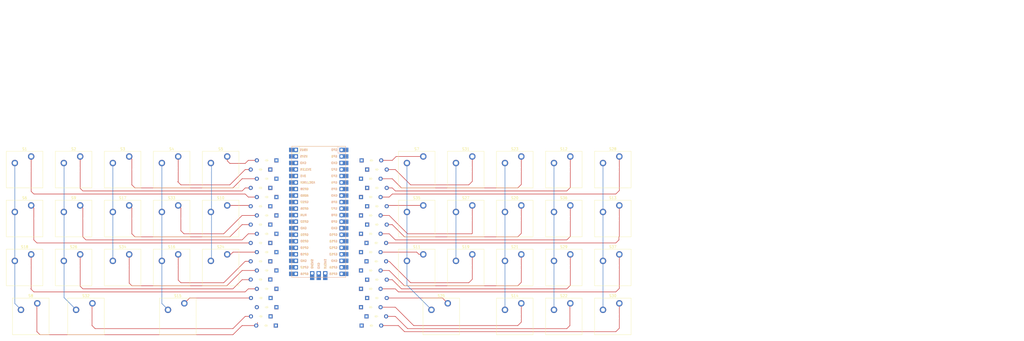
<source format=kicad_pcb>
(kicad_pcb (version 20240108) (generator "pcbnew") (generator_version "8.0")
  (layers (0 "F.Cu" signal) (31 "B.Cu" signal) (34 "B.Paste" user) (35 "F.Paste" user) (36 "B.SilkS" user "B.Silkscreen") (37 "F.SilkS" user "F.Silkscreen") (38 "B.Mask" user) (39 "F.Mask" user) (44 "Edge.Cuts" user))
  (net 0 "")
  (net 1 "R0")
  (net 2 "Net-(D1-A)")
  (net 3 "Net-(D2-A)")
  (net 4 "R1")
  (net 5 "Net-(D3-A)")
  (net 6 "R2")
  (net 7 "R3")
  (net 8 "Net-(D4-A)")
  (net 9 "Net-(D5-A)")
  (net 10 "Net-(D6-A)")
  (net 11 "Net-(D7-A)")
  (net 12 "Net-(D8-A)")
  (net 13 "Net-(D9-A)")
  (net 14 "Net-(D10-A)")
  (net 15 "Net-(D11-A)")
  (net 16 "Net-(D12-A)")
  (net 17 "Net-(D13-A)")
  (net 18 "Net-(D14-A)")
  (net 19 "Net-(D15-A)")
  (net 20 "Net-(D16-A)")
  (net 21 "Net-(D17-A)")
  (net 22 "Net-(D18-A)")
  (net 23 "Net-(D19-A)")
  (net 24 "Net-(D20-A)")
  (net 25 "Net-(D21-A)")
  (net 26 "Net-(D22-A)")
  (net 27 "Net-(D23-A)")
  (net 28 "Net-(D24-A)")
  (net 29 "Net-(D25-A)")
  (net 30 "Net-(D26-A)")
  (net 31 "Net-(D27-A)")
  (net 32 "Net-(D28-A)")
  (net 33 "Net-(D29-A)")
  (net 34 "Net-(D30-A)")
  (net 35 "Net-(D31-A)")
  (net 36 "Net-(D32-A)")
  (net 37 "Net-(D33-A)")
  (net 38 "Net-(D34-A)")
  (net 39 "Net-(D35-A)")
  (net 40 "Net-(D36-A)")
  (net 41 "Net-(D37-A)")
  (net 42 "C0")
  (net 43 "C1")
  (net 44 "C2")
  (net 45 "C3")
  (net 46 "C4")
  (net 47 "C5")
  (net 48 "C6")
  (net 49 "C7")
  (net 50 "C8")
  (net 51 "C9")
  (footprint "ScottoKeebs_MX:MX_PCB_1.00u" (layer "F.Cu") (at 181.775 56.895)
    (property "Reference" "S35")
    (property "Value" "Keyswitch")
  )
  (footprint "ScottoKeebs_Scotto:DO-35" (layer "F.Cu") (at 160.105625 48.560625)
    (property "Reference" "D1" (hide yes))
    (property "Value" "Diode" (hide yes))
  )
  (footprint "ScottoKeebs_Scotto:DO-35" (layer "F.Cu") (at 160.105625 91.423125)
    (property "Reference" "D9" (hide yes))
    (property "Value" "Diode" (hide yes))
  )
  (footprint "ScottoKeebs_MX:MX_PCB_1.00u" (layer "F.Cu") (at 257.975 75.945)
    (property "Reference" "S37")
    (property "Value" "Keyswitch")
  )
  (footprint "ScottoKeebs_MX:MX_PCB_1.00u" (layer "F.Cu") (at 86.525 37.845)
    (property "Reference" "S4")
    (property "Value" "Keyswitch")
  )
  (footprint "ScottoKeebs_Scotto:DO-35" (layer "F.Cu") (at 162.486875 80.7075)
    (property "Reference" "D6" (hide yes))
    (property "Value" "Diode" (hide yes))
  )
  (footprint "ScottoKeebs_Scotto:DO-35" (layer "F.Cu") (at 127.244375 77.135625 180)
    (property "Reference" "D15" (hide yes))
    (property "Value" "Diode" (hide yes))
  )
  (footprint "ScottoKeebs_MX:MX_PCB_1.00u" (layer "F.Cu") (at 105.575 75.945)
    (property "Reference" "S24")
    (property "Value" "Keyswitch")
  )
  (footprint "ScottoKeebs_Scotto:DO-35" (layer "F.Cu") (at 124.960625 87.85125 180)
    (property "Reference" "D13" (hide yes))
    (property "Value" "Diode" (hide yes))
  )
  (footprint "ScottoKeebs_Scotto:DO-35" (layer "F.Cu") (at 127.244375 84.279375 180)
    (property "Reference" "D14" (hide yes))
    (property "Value" "Diode" (hide yes))
  )
  (footprint "ScottoKeebs_MX:MX_PCB_1.00u" (layer "F.Cu") (at 48.425 56.895)
    (property "Reference" "S9")
    (property "Value" "Keyswitch")
  )
  (footprint "ScottoKeebs_Scotto:DO-35" (layer "F.Cu") (at 127.244375 69.991875 180)
    (property "Reference" "D17" (hide yes))
    (property "Value" "Diode" (hide yes))
  )
  (footprint "ScottoKeebs_Scotto:DO-35" (layer "F.Cu") (at 127.244375 62.848125 180)
    (property "Reference" "D2" (hide yes))
    (property "Value" "Diode" (hide yes))
  )
  (footprint "ScottoKeebs_Scotto:DO-35" (layer "F.Cu") (at 124.863125 37.845 180)
    (property "Reference" "D9" (hide yes))
    (property "Value" "Diode" (hide yes))
  )
  (footprint "ScottoKeebs_MX:MX_PCB_1.00u" (layer "F.Cu") (at 48.425 75.945)
    (property "Reference" "S26")
    (property "Value" "Keyswitch")
  )
  (footprint "ScottoKeebs_MX:MX_PCB_1.00u" (layer "F.Cu") (at 29.375 37.845)
    (property "Reference" "S1")
    (property "Value" "Keyswitch")
  )
  (footprint "ScottoKeebs_Scotto:DO-35" (layer "F.Cu") (at 160.105625 84.279375)
    (property "Reference" "D7" (hide yes))
    (property "Value" "Diode" (hide yes))
  )
  (footprint "ScottoKeebs_Scotto:DO-35" (layer "F.Cu") (at 162.486875 44.98875)
    (property "Reference" "D14" (hide yes))
    (property "Value" "Diode" (hide yes))
  )
  (footprint "ScottoKeebs_Scotto:DO-35" (layer "F.Cu") (at 162.24875 73.56375)
    (property "Reference" "D4" (hide yes))
    (property "Value" "Diode" (hide yes))
  )
  (footprint "ScottoKeebs_Scotto:DO-35" (layer "F.Cu") (at 127.244375 34.273125 180)
    (property "Reference" "D10" (hide yes))
    (property "Value" "Diode" (hide yes))
  )
  (footprint "ScottoKeebs_Scotto:DO-35" (layer "F.Cu") (at 124.863125 73.56375 180)
    (property "Reference" "D16" (hide yes))
    (property "Value" "Diode" (hide yes))
  )
  (footprint "ScottoKeebs_MX:MX_PCB_1.00u" (layer "F.Cu") (at 257.975 94.995)
    (property "Reference" "S30")
    (property "Value" "Keyswitch")
  )
  (footprint "ScottoKeebs_Scotto:DO-35" (layer "F.Cu") (at 124.960625 94.995 180)
    (property "Reference" "D11" (hide yes))
    (property "Value" "Diode" (hide yes))
  )
  (footprint "ScottoKeebs_MX:MX_PCB_1.00u" (layer "F.Cu") (at 181.775 37.845)
    (property "Reference" "S7")
    (property "Value" "Keyswitch")
  )
  (footprint "ScottoKeebs_MX:MX_PCB_1.00u" (layer "F.Cu") (at 105.575 37.845)
    (property "Reference" "S5")
    (property "Value" "Keyswitch")
  )
  (footprint "ScottoKeebs_MX:MX_PCB_1.00u" (layer "F.Cu") (at 200.825 37.845)
    (property "Reference" "S31")
    (property "Value" "Keyswitch")
  )
  (footprint "ScottoKeebs_Scotto:DO-35" (layer "F.Cu") (at 160.34375 98.566875)
    (property "Reference" "D11" (hide yes))
    (property "Value" "Diode" (hide yes))
  )
  (footprint "ScottoKeebs_Scotto:DO-35" (layer "F.Cu") (at 160.105625 62.848125)
    (property "Reference" "D18" (hide yes))
    (property "Value" "Diode" (hide yes))
  )
  (footprint "ScottoKeebs_MX:MX_PCB_1.00u" (layer "F.Cu") (at 238.925 94.995)
    (property "Reference" "S22")
    (property "Value" "Keyswitch")
  )
  (footprint "ScottoKeebs_MX:MX_PCB_1.00u" (layer "F.Cu") (at 67.475 37.845)
    (property "Reference" "S3")
    (property "Value" "Keyswitch")
  )
  (footprint "ScottoKeebs_MX:MX_PCB_1.00u" (layer "F.Cu") (at 257.975 37.845)
    (property "Reference" "S28")
    (property "Value" "Keyswitch")
  )
  (footprint "ScottoKeebs_Scotto:DO-35" (layer "F.Cu") (at 127.244375 48.560625 180)
    (property "Reference" "D6" (hide yes))
    (property "Value" "Diode" (hide yes))
  )
  (footprint "ScottoKeebs_MX:MX_PCB_1.00u" (layer "F.Cu") (at 219.875 75.945)
    (property "Reference" "S21")
    (property "Value" "Keyswitch")
  )
  (footprint "ScottoKeebs_MX:MX_PCB_1.00u" (layer "F.Cu") (at 29.375 75.945)
    (property "Reference" "S18")
    (property "Value" "Keyswitch")
  )
  (footprint "ScottoKeebs_MX:MX_PCB_1.00u" (layer "F.Cu") (at 238.925 75.945)
    (property "Reference" "S29")
    (property "Value" "Keyswitch")
  )
  (footprint "ScottoKeebs_Scotto:DO-35" (layer "F.Cu") (at 162.24875 94.995)
    (property "Reference" "D10" (hide yes))
    (property "Value" "Diode" (hide yes))
  )
  (footprint "ScottoKeebs_Scotto:DO-35" (layer "F.Cu") (at 124.863125 66.42 180)
    (property "Reference" "D18" (hide yes))
    (property "Value" "Diode" (hide yes))
  )
  (footprint "ScottoKeebs_MX:MX_PCB_1.00u" (layer "F.Cu") (at 200.825 56.895)
    (property "Reference" "S27")
    (property "Value" "Keyswitch")
  )
  (footprint "ScottoKeebs_Scotto:DO-35" (layer "F.Cu") (at 160.105625 69.991875)
    (property "Reference" "D3" (hide yes))
    (property "Value" "Diode" (hide yes))
  )
  (footprint "ScottoKeebs_Scotto:DO-35" (layer "F.Cu") (at 124.863125 44.98875 180)
    (property "Reference" "D7" (hide yes))
    (property "Value" "Diode" (hide yes))
  )
  (footprint "ScottoKeebs_MX:MX_PCB_1.00u" (layer "F.Cu") (at 53.1875 94.995)
    (property "Reference" "S32")
    (property "Value" "Keyswitch")
  )
  (footprint "ScottoKeebs_MX:MX_PCB_1.00u" (layer "F.Cu") (at 86.525 75.945)
    (property "Reference" "S16")
    (property "Value" "Keyswitch")
  )
  (footprint "ScottoKeebs_MX:MX_PCB_1.00u" (layer "F.Cu") (at 181.775 75.945)
    (property "Reference" "S11")
    (property "Value" "Keyswitch")
  )
  (footprint "ScottoKeebs_Scotto:DO-35" (layer "F.Cu") (at 127.00625 98.566875 180)
    (property "Reference" "D11" (hide yes))
    (property "Value" "Diode" (hide yes))
  )
  (footprint "ScottoKeebs_MX:MX_PCB_1.00u" (layer "F.Cu") (at 219.875 94.995)
    (property "Reference" "S14")
    (property "Value" "Keyswitch")
  )
  (footprint "ScottoKeebs_MX:MX_PCB_1.00u" (layer "F.Cu") (at 67.475 56.895)
    (property "Reference" "S17")
    (property "Value" "Keyswitch")
  )
  (footprint "ScottoKeebs_MX:MX_PCB_1.25u" (layer "F.Cu") (at 31.75625 94.995)
    (property "Reference" "S8")
    (property "Value" "Keyswitch")
  )
  (footprint "ScottoKeebs_Scotto:DO-35" (layer "F.Cu") (at 127.244375 91.423125 180)
    (property "Reference" "D12" (hide yes))
    (property "Value" "Diode" (hide yes))
  )
  (footprint "ScottoKeebs_Scotto:DO-35" (layer "F.Cu") (at 162.486875 59.27625)
    (property "Reference" "D17" (hide yes))
    (property "Value" "Diode" (hide yes))
  )
  (footprint "ScottoKeebs_MX:MX_PCB_1.00u" (layer "F.Cu") (at 257.975 56.895)
    (property "Reference" "S13")
    (property "Value" "Keyswitch")
  )
  (footprint "ScottoKeebs_MX:MX_PCB_1.00u" (layer "F.Cu") (at 219.875 37.845)
    (property "Reference" "S23")
    (property "Value" "Keyswitch")
  )
  (footprint "ScottoKeebs_MX:MX_PCB_1.00u" (layer "F.Cu") (at 105.575 56.895)
    (property "Reference" "S10")
    (property "Value" "Keyswitch")
  )
  (footprint "ScottoKeebs_Scotto:DO-35" (layer "F.Cu") (at 160.105625 55.704375)
    (property "Reference" "D16" (hide yes))
    (property "Value" "Diode" (hide yes))
  )
  (footprint "ScottoKeebs_Scotto:DO-35" (layer "F.Cu") (at 162.24875 66.42)
    (property "Reference" "D2" (hide yes))
    (property "Value" "Diode" (hide yes))
  )
  (footprint "ScottoKeebs_MX:MX_PCB_1.00u" (layer "F.Cu") (at 238.925 56.895)
    (property "Reference" "S36")
    (property "Value" "Keyswitch")
  )
  (footprint "ScottoKeebs_MX:MX_PCB_1.00u" (layer "F.Cu") (at 29.375 56.895)
    (property "Reference" "S6")
    (property "Value" "Keyswitch")
  )
  (footprint "ScottoKeebs_Scotto:DO-35" (layer "F.Cu") (at 162.486875 37.845)
    (property "Reference" "D12" (hide yes))
    (property "Value" "Diode" (hide yes))
  )
  (footprint "ScottoKeebs_Scotto:DO-35" (layer "F.Cu") (at 160.105625 41.416875)
    (property "Reference" "D13" (hide yes))
    (property "Value" "Diode" (hide yes))
  )
  (footprint "ScottoKeebs_Scotto:DO-35" (layer "F.Cu") (at 124.863125 59.27625 180)
    (property "Reference" "D3" (hide yes))
    (property "Value" "Diode" (hide yes))
  )
  (footprint "ScottoKeebs_MX:MX_PCB_1.00u" (layer "F.Cu") (at 219.875 56.895)
    (property "Reference" "S20")
    (property "Value" "Keyswitch")
  )
  (footprint "ScottoKeebs_MX:MX_PCB_1.00u" (layer "F.Cu") (at 48.425 37.845)
    (property "Reference" "S2")
    (property "Value" "Keyswitch")
  )
  (footprint "ScottoKeebs_MX:MX_PCB_1.00u" (layer "F.Cu") (at 67.475 75.945)
    (property "Reference" "S34")
    (property "Value" "Keyswitch")
  )
  (footprint "ScottoKeebs_MX:MX_PCB_2.00u" (layer "F.Cu") (at 191.3 94.995)
    (property "Reference" "S25")
    (property "Value" "Keyswitch")
  )
  (footprint "ScottoKeebs_Scotto:DO-35" (layer "F.Cu") (at 127.244375 55.704375 180)
    (property "Reference" "D4" (hide yes))
    (property "Value" "Diode" (hide yes))
  )
  (footprint "ScottoKeebs_MX:MX_PCB_1.00u" (layer "F.Cu") (at 238.925 37.845)
    (property "Reference" "S12")
    (property "Value" "Keyswitch")
  )
  (footprint "ScottoKeebs_Scotto:DO-35" (layer "F.Cu") (at 127.244375 41.416875 180)
    (property "Reference" "D8" (hide yes))
    (property "Value" "Diode" (hide yes))
  )
  (footprint "ScottoKeebs_MX:MX_PCB_1.00u" (layer "F.Cu") (at 200.825 75.945)
    (property "Reference" "S19")
    (property "Value" "Keyswitch")
  )
  (footprint "ScottoKeebs_Scotto:DO-35" (layer "F.Cu") (at 162.486875 52.1325)
    (property "Reference" "D15" (hide yes))
    (property "Value" "Diode" (hide yes))
  )
  (footprint "ScottoKeebs_Scotto:DO-35" (layer "F.Cu") (at 160.105625 77.135625)
    (property "Reference" "D5" (hide yes))
    (property "Value" "Diode" (hide yes))
  )
  (footprint "ScottoKeebs_MX:MX_PCB_1.00u" (layer "F.Cu") (at 86.525 56.895)
    (property "Reference" "S33")
    (property "Value" "Keyswitch")
  )
  (footprint "ScottoKeebs_Scotto:DO-35" (layer "F.Cu") (at 124.863125 80.648125 180)
    (property "Reference" "D1" (hide yes))
    (property "Value" "Diode" (hide yes))
  )
  (footprint "ScottoKeebs_Scotto:DO-35" (layer "F.Cu") (at 160.34375 34.273125)
    (property "Reference" "D11" (hide yes))
    (property "Value" "Diode" (hide yes))
  )
  (footprint "ScottoKeebs_Scotto:DO-35" (layer "F.Cu") (at 124.863125 52.1325 180)
    (property "Reference" "D5" (hide yes))
    (property "Value" "Diode" (hide yes))
  )
  (footprint "ScottoKeebs_MX:MX_PCB_2.75u" (layer "F.Cu") (at 88.90625 94.995)
    (property "Reference" "S15")
    (property "Value" "Keyswitch")
  )
  (footprint "ScottoKeebs_Scotto:DO-35" (layer "F.Cu") (at 162.486875 87.85125)
    (property "Reference" "D8" (hide yes))
    (property "Value" "Diode" (hide yes))
  )
  (footprint "ScottoKeebs_MCU:Raspberry_Pi_Pico" (layer "B.Cu") (at 143.675 54.32 180)
    (property "Reference" "U1" (hide yes))
    (property "Value" "Raspberry_Pi_Pico" (hide yes))
  )
  (segment (start 31.915 32.765) (end 31.915 46.338125) (width 0.2) (layer "F.Cu") (net 2))
  (segment (start 116.290625 48.560625) (end 119.8625 48.560625) (width 0.2) (layer "F.Cu") (net 2))
  (segment (start 32.946875 47.37) (end 115.1 47.37) (width 0.2) (layer "F.Cu") (net 2))
  (segment (start 115.1 47.37) (end 116.290625 48.560625) (width 0.2) (layer "F.Cu") (net 2))
  (segment (start 31.915 46.338125) (end 32.946875 47.37) (width 0.2) (layer "F.Cu") (net 2))
  (segment (start 50.965 32.765) (end 50.965 45.1475) (width 0.2) (layer "F.Cu") (net 3))
  (segment (start 113.909375 46.179375) (end 115.1 44.98875) (width 0.2) (layer "F.Cu") (net 3))
  (segment (start 51.996875 46.179375) (end 113.909375 46.179375) (width 0.2) (layer "F.Cu") (net 3))
  (segment (start 115.1 44.98875) (end 117.48125 44.98875) (width 0.2) (layer "F.Cu") (net 3))
  (segment (start 50.965 45.1475) (end 51.996875 46.179375) (width 0.2) (layer "F.Cu") (net 3))
  (segment (start 71.046875 43.798125) (end 72.2375 44.98875) (width 0.2) (layer "F.Cu") (net 5))
  (segment (start 70.015 32.765) (end 71.046875 33.796875) (width 0.2) (layer "F.Cu") (net 5))
  (segment (start 113.909375 41.416875) (end 119.8625 41.416875) (width 0.2) (layer "F.Cu") (net 5))
  (segment (start 71.046875 33.796875) (end 71.046875 43.798125) (width 0.2) (layer "F.Cu") (net 5))
  (segment (start 110.3375 44.98875) (end 113.909375 41.416875) (width 0.2) (layer "F.Cu") (net 5))
  (segment (start 72.2375 44.98875) (end 110.3375 44.98875) (width 0.2) (layer "F.Cu") (net 5))
  (segment (start 89.065 42.44875) (end 88.90625 42.6075) (width 0.2) (layer "F.Cu") (net 8))
  (segment (start 88.90625 42.6075) (end 90.096875 43.798125) (width 0.2) (layer "F.Cu") (net 8))
  (segment (start 89.065 32.765) (end 89.065 42.44875) (width 0.2) (layer "F.Cu") (net 8))
  (segment (start 90.096875 43.798125) (end 109.146875 43.798125) (width 0.2) (layer "F.Cu") (net 8))
  (segment (start 109.146875 43.798125) (end 115.1 37.845) (width 0.2) (layer "F.Cu") (net 8))
  (segment (start 115.1 37.845) (end 117.48125 37.845) (width 0.2) (layer "F.Cu") (net 8))
  (segment (start 109.146875 35.46375) (end 108.115 34.431875) (width 0.2) (layer "F.Cu") (net 9))
  (segment (start 108.115 34.431875) (end 108.115 32.765) (width 0.2) (layer "F.Cu") (net 9))
  (segment (start 116.290625 34.273125) (end 115.1 35.46375) (width 0.2) (layer "F.Cu") (net 9))
  (segment (start 115.1 35.46375) (end 109.146875 35.46375) (width 0.2) (layer "F.Cu") (net 9))
  (segment (start 119.8625 34.273125) (end 116.290625 34.273125) (width 0.2) (layer "F.Cu") (net 9))
  (segment (start 31.915 51.815) (end 32.946875 52.846875) (width 0.2) (layer "F.Cu") (net 10))
  (segment (start 32.946875 52.846875) (end 32.946875 65.229375) (width 0.2) (layer "F.Cu") (net 10))
  (segment (start 32.946875 65.229375) (end 34.1375 66.42) (width 0.2) (layer "F.Cu") (net 10))
  (segment (start 34.1375 66.42) (end 117.48125 66.42) (width 0.2) (layer "F.Cu") (net 10))
  (segment (start 173.758125 32.765) (end 172.25 34.273125) (width 0.2) (layer "F.Cu") (net 11))
  (segment (start 184.315 32.765) (end 173.758125 32.765) (width 0.2) (layer "F.Cu") (net 11))
  (segment (start 172.25 34.273125) (end 168.678125 34.273125) (width 0.2) (layer "F.Cu") (net 11))
  (segment (start 34.1375 90.07375) (end 34.1375 100.948125) (width 0.2) (layer "F.Cu") (net 12))
  (segment (start 113.909375 98.566875) (end 119.8625 98.566875) (width 0.2) (layer "F.Cu") (net 12))
  (segment (start 110.3375 102.13875) (end 113.909375 98.566875) (width 0.2) (layer "F.Cu") (net 12))
  (segment (start 34.29625 89.915) (end 34.1375 90.07375) (width 0.2) (layer "F.Cu") (net 12))
  (segment (start 119.8625 98.566875) (end 119.8625 97.37625) (width 0.2) (layer "F.Cu") (net 12))
  (segment (start 34.1375 100.948125) (end 35.328125 102.13875) (width 0.2) (layer "F.Cu") (net 12))
  (segment (start 35.328125 102.13875) (end 110.3375 102.13875) (width 0.2) (layer "F.Cu") (net 12))
  (segment (start 113.909375 65.229375) (end 116.290625 62.848125) (width 0.2) (layer "F.Cu") (net 13))
  (segment (start 53.1875 65.229375) (end 113.909375 65.229375) (width 0.2) (layer "F.Cu") (net 13))
  (segment (start 116.290625 62.848125) (end 119.8625 62.848125) (width 0.2) (layer "F.Cu") (net 13))
  (segment (start 51.996875 64.03875) (end 53.1875 65.229375) (width 0.2) (layer "F.Cu") (net 13))
  (segment (start 50.965 51.815) (end 51.996875 52.846875) (width 0.2) (layer "F.Cu") (net 13))
  (segment (start 51.996875 52.846875) (end 51.996875 64.03875) (width 0.2) (layer "F.Cu") (net 13))
  (segment (start 117.16375 51.815) (end 117.48125 52.1325) (width 0.2) (layer "F.Cu") (net 14))
  (segment (start 108.115 51.815) (end 117.16375 51.815) (width 0.2) (layer "F.Cu") (net 14))
  (segment (start 181.775 69.991875) (end 168.678125 69.991875) (width 0.2) (layer "F.Cu") (net 15))
  (segment (start 184.315 70.865) (end 182.648125 70.865) (width 0.2) (layer "F.Cu") (net 15))
  (segment (start 182.648125 70.865) (end 181.775 69.991875) (width 0.2) (layer "F.Cu") (net 15))
  (segment (start 241.465 44.83) (end 240.115625 46.179375) (width 0.2) (layer "F.Cu") (net 16))
  (segment (start 173.440625 46.179375) (end 172.25 44.98875) (width 0.2) (layer "F.Cu") (net 16))
  (segment (start 240.115625 46.179375) (end 173.440625 46.179375) (width 0.2) (layer "F.Cu") (net 16))
  (segment (start 241.465 32.765) (end 241.465 44.83) (width 0.2) (layer "F.Cu") (net 16))
  (segment (start 172.25 44.98875) (end 169.86875 44.98875) (width 0.2) (layer "F.Cu") (net 16))
  (segment (start 260.515 63.88) (end 260.35625 64.03875) (width 0.2) (layer "F.Cu") (net 17))
  (segment (start 260.515 51.815) (end 260.515 63.88) (width 0.2) (layer "F.Cu") (net 17))
  (segment (start 260.35625 64.03875) (end 260.35625 65.229375) (width 0.2) (layer "F.Cu") (net 17))
  (segment (start 260.35625 65.229375) (end 259.165625 66.42) (width 0.2) (layer "F.Cu") (net 17))
  (segment (start 259.165625 66.42) (end 169.86875 66.42) (width 0.2) (layer "F.Cu") (net 17))
  (segment (start 221.065625 98.566875) (end 180.584375 98.566875) (width 0.2) (layer "F.Cu") (net 18))
  (segment (start 173.440625 91.423125) (end 168.678125 91.423125) (width 0.2) (layer "F.Cu") (net 18))
  (segment (start 222.415 97.2175) (end 221.065625 98.566875) (width 0.2) (layer "F.Cu") (net 18))
  (segment (start 180.584375 98.566875) (end 173.440625 91.423125) (width 0.2) (layer "F.Cu") (net 18))
  (segment (start 222.415 89.915) (end 222.415 97.2175) (width 0.2) (layer "F.Cu") (net 18))
  (segment (start 93.51 87.85125) (end 117.48125 87.85125) (width 0.2) (layer "F.Cu") (net 19))
  (segment (start 91.44625 89.915) (end 93.51 87.85125) (width 0.2) (layer "F.Cu") (net 19))
  (segment (start 89.065 70.865) (end 89.065 80.86625) (width 0.2) (layer "F.Cu") (net 20))
  (segment (start 115.1 73.56375) (end 117.243125 73.56375) (width 0.2) (layer "F.Cu") (net 20))
  (segment (start 106.765625 81.898125) (end 115.1 73.56375) (width 0.2) (layer "F.Cu") (net 20))
  (segment (start 89.065 80.86625) (end 90.096875 81.898125) (width 0.2) (layer "F.Cu") (net 20))
  (segment (start 90.096875 81.898125) (end 106.765625 81.898125) (width 0.2) (layer "F.Cu") (net 20))
  (segment (start 71.046875 52.846875) (end 71.046875 62.848125) (width 0.2) (layer "F.Cu") (net 21))
  (segment (start 109.146875 64.03875) (end 113.909375 59.27625) (width 0.2) (layer "F.Cu") (net 21))
  (segment (start 71.046875 62.848125) (end 72.2375 64.03875) (width 0.2) (layer "F.Cu") (net 21))
  (segment (start 70.015 51.815) (end 71.046875 52.846875) (width 0.2) (layer "F.Cu") (net 21))
  (segment (start 72.2375 64.03875) (end 109.146875 64.03875) (width 0.2) (layer "F.Cu") (net 21))
  (segment (start 113.909375 59.27625) (end 117.48125 59.27625) (width 0.2) (layer "F.Cu") (net 21))
  (segment (start 116.290625 84.279375) (end 119.8625 84.279375) (width 0.2) (layer "F.Cu") (net 22))
  (segment (start 31.915 70.865) (end 31.915 84.120625) (width 0.2) (layer "F.Cu") (net 22))
  (segment (start 115.1 85.47) (end 116.290625 84.279375) (width 0.2) (layer "F.Cu") (net 22))
  (segment (start 32.946875 85.47) (end 115.1 85.47) (width 0.2) (layer "F.Cu") (net 22))
  (segment (start 31.75625 84.279375) (end 32.946875 85.47) (width 0.2) (layer "F.Cu") (net 22))
  (segment (start 31.915 84.120625) (end 31.75625 84.279375) (width 0.2) (layer "F.Cu") (net 22))
  (segment (start 171.059375 73.56375) (end 169.86875 73.56375) (width 0.2) (layer "F.Cu") (net 23))
  (segment (start 202.015625 81.898125) (end 179.39375 81.898125) (width 0.2) (layer "F.Cu") (net 23))
  (segment (start 203.365 80.54875) (end 202.015625 81.898125) (width 0.2) (layer "F.Cu") (net 23))
  (segment (start 203.365 70.865) (end 203.365 80.54875) (width 0.2) (layer "F.Cu") (net 23))
  (segment (start 179.39375 81.898125) (end 171.059375 73.56375) (width 0.2) (layer "F.Cu") (net 23))
  (segment (start 172.25 59.27625) (end 169.86875 59.27625) (width 0.2) (layer "F.Cu") (net 24))
  (segment (start 222.415 62.689375) (end 221.065625 64.03875) (width 0.2) (layer "F.Cu") (net 24))
  (segment (start 222.415 51.815) (end 222.415 62.689375) (width 0.2) (layer "F.Cu") (net 24))
  (segment (start 177.0125 64.03875) (end 172.25 59.27625) (width 0.2) (layer "F.Cu") (net 24))
  (segment (start 221.065625 64.03875) (end 177.0125 64.03875) (width 0.2) (layer "F.Cu") (net 24))
  (segment (start 222.415 81.739375) (end 221.065625 83.08875) (width 0.2) (layer "F.Cu") (net 25))
  (segment (start 221.065625 83.08875) (end 177.0125 83.08875) (width 0.2) (layer "F.Cu") (net 25))
  (segment (start 222.415 70.865) (end 222.415 81.739375) (width 0.2) (layer "F.Cu") (net 25))
  (segment (start 177.0125 83.08875) (end 171.059375 77.135625) (width 0.2) (layer "F.Cu") (net 25))
  (segment (start 171.059375 77.135625) (end 167.4875 77.135625) (width 0.2) (layer "F.Cu") (net 25))
  (segment (start 241.465 89.915) (end 241.30625 90.07375) (width 0.2) (layer "F.Cu") (net 26))
  (segment (start 241.30625 90.07375) (end 241.30625 98.566875) (width 0.2) (layer "F.Cu") (net 26))
  (segment (start 173.440625 94.995) (end 169.86875 94.995) (width 0.2) (layer "F.Cu") (net 26))
  (segment (start 241.30625 98.566875) (end 240.115625 99.7575) (width 0.2) (layer "F.Cu") (net 26))
  (segment (start 178.203125 99.7575) (end 173.440625 94.995) (width 0.2) (layer "F.Cu") (net 26))
  (segment (start 240.115625 99.7575) (end 178.203125 99.7575) (width 0.2) (layer "F.Cu") (net 26))
  (segment (start 222.415 32.765) (end 222.415 43.639375) (width 0.2) (layer "F.Cu") (net 27))
  (segment (start 222.415 43.639375) (end 221.065625 44.98875) (width 0.2) (layer "F.Cu") (net 27))
  (segment (start 175.821875 44.98875) (end 172.25 41.416875) (width 0.2) (layer "F.Cu") (net 27))
  (segment (start 221.065625 44.98875) (end 175.821875 44.98875) (width 0.2) (layer "F.Cu") (net 27))
  (segment (start 172.25 41.416875) (end 167.4875 41.416875) (width 0.2) (layer "F.Cu") (net 27))
  (segment (start 108.115 70.865) (end 109.464375 70.865) (width 0.2) (layer "F.Cu") (net 28))
  (segment (start 110.3375 69.991875) (end 119.8625 69.991875) (width 0.2) (layer "F.Cu") (net 28))
  (segment (start 109.464375 70.865) (end 110.3375 69.991875) (width 0.2) (layer "F.Cu") (net 28))
  (segment (start 193.84 89.915) (end 191.77625 87.85125) (width 0.2) (layer "F.Cu") (net 29))
  (segment (start 191.77625 87.85125) (end 169.86875 87.85125) (width 0.2) (layer "F.Cu") (net 29))
  (segment (start 51.996875 84.279375) (end 110.3375 84.279375) (width 0.2) (layer "F.Cu") (net 30))
  (segment (start 113.909375 80.7075) (end 117.48125 80.7075) (width 0.2) (layer "F.Cu") (net 30))
  (segment (start 50.965 83.2475) (end 51.996875 84.279375) (width 0.2) (layer "F.Cu") (net 30))
  (segment (start 110.3375 84.279375) (end 113.909375 80.7075) (width 0.2) (layer "F.Cu") (net 30))
  (segment (start 50.965 70.865) (end 50.965 83.2475) (width 0.2) (layer "F.Cu") (net 30))
  (segment (start 203.365 62.689375) (end 203.20625 62.848125) (width 0.2) (layer "F.Cu") (net 31))
  (segment (start 203.20625 62.848125) (end 178.203125 62.848125) (width 0.2) (layer "F.Cu") (net 31))
  (segment (start 171.059375 55.704375) (end 167.4875 55.704375) (width 0.2) (layer "F.Cu") (net 31))
  (segment (start 178.203125 62.848125) (end 171.059375 55.704375) (width 0.2) (layer "F.Cu") (net 31))
  (segment (start 203.365 51.815) (end 203.365 62.689375) (width 0.2) (layer "F.Cu") (net 31))
  (segment (start 259.165625 47.37) (end 172.25 47.37) (width 0.2) (layer "F.Cu") (net 32))
  (segment (start 172.25 47.37) (end 171.059375 48.560625) (width 0.2) (layer "F.Cu") (net 32))
  (segment (start 260.515 46.020625) (end 259.165625 47.37) (width 0.2) (layer "F.Cu") (net 32))
  (segment (start 171.059375 48.560625) (end 167.4875 48.560625) (width 0.2) (layer "F.Cu") (net 32))
  (segment (start 260.515 32.765) (end 260.515 46.020625) (width 0.2) (layer "F.Cu") (net 32))
  (segment (start 241.465 82.93) (end 240.115625 84.279375) (width 0.2) (layer "F.Cu") (net 33))
  (segment (start 241.465 70.865) (end 241.465 82.93) (width 0.2) (layer "F.Cu") (net 33))
  (segment (start 175.821875 84.279375) (end 172.25 80.7075) (width 0.2) (layer "F.Cu") (net 33))
  (segment (start 240.115625 84.279375) (end 175.821875 84.279375) (width 0.2) (layer "F.Cu") (net 33))
  (segment (start 172.25 80.7075) (end 169.86875 80.7075) (width 0.2) (layer "F.Cu") (net 33))
  (segment (start 174.63125 98.566875) (end 168.678125 98.566875) (width 0.2) (layer "F.Cu") (net 34))
  (segment (start 177.0125 100.948125) (end 174.63125 98.566875) (width 0.2) (layer "F.Cu") (net 34))
  (segment (start 260.515 99.59875) (end 259.165625 100.948125) (width 0.2) (layer "F.Cu") (net 34))
  (segment (start 260.515 89.915) (end 260.515 99.59875) (width 0.2) (layer "F.Cu") (net 34))
  (segment (start 259.165625 100.948125) (end 177.0125 100.948125) (width 0.2) (layer "F.Cu") (net 34))
  (segment (start 203.365 42.44875) (end 202.015625 43.798125) (width 0.2) (layer "F.Cu") (net 35))
  (segment (start 203.365 32.765) (end 203.365 42.44875) (width 0.2) (layer "F.Cu") (net 35))
  (segment (start 179.39375 43.798125) (end 173.440625 37.845) (width 0.2) (layer "F.Cu") (net 35))
  (segment (start 173.440625 37.845) (end 169.86875 37.845) (width 0.2) (layer "F.Cu") (net 35))
  (segment (start 202.015625 43.798125) (end 179.39375 43.798125) (width 0.2) (layer "F.Cu") (net 35))
  (segment (start 55.56875 98.566875) (end 56.759375 99.7575) (width 0.2) (layer "F.Cu") (net 36))
  (segment (start 115.1 94.995) (end 117.48125 94.995) (width 0.2) (layer "F.Cu") (net 36))
  (segment (start 110.3375 99.7575) (end 115.1 94.995) (width 0.2) (layer "F.Cu") (net 36))
  (segment (start 55.56875 90.07375) (end 55.56875 98.566875) (width 0.2) (layer "F.Cu") (net 36))
  (segment (start 55.7275 89.915) (end 55.56875 90.07375) (width 0.2) (layer "F.Cu") (net 36))
  (segment (start 56.759375 99.7575) (end 110.3375 99.7575) (width 0.2) (layer "F.Cu") (net 36))
  (segment (start 113.909375 55.704375) (end 119.8625 55.704375) (width 0.2) (layer "F.Cu") (net 37))
  (segment (start 91.2875 62.848125) (end 106.765625 62.848125) (width 0.2) (layer "F.Cu") (net 37))
  (segment (start 90.096875 52.846875) (end 90.096875 61.6575) (width 0.2) (layer "F.Cu") (net 37))
  (segment (start 89.065 51.815) (end 90.096875 52.846875) (width 0.2) (layer "F.Cu") (net 37))
  (segment (start 106.765625 62.848125) (end 113.909375 55.704375) (width 0.2) (layer "F.Cu") (net 37))
  (segment (start 90.096875 61.6575) (end 91.2875 62.848125) (width 0.2) (layer "F.Cu") (net 37))
  (segment (start 71.046875 83.08875) (end 107.95625 83.08875) (width 0.2) (layer "F.Cu") (net 38))
  (segment (start 107.95625 83.08875) (end 113.909375 77.135625) (width 0.2) (layer "F.Cu") (net 38))
  (segment (start 70.015 82.056875) (end 71.046875 83.08875) (width 0.2) (layer "F.Cu") (net 38))
  (segment (start 70.015 70.865) (end 70.015 82.056875) (width 0.2) (layer "F.Cu") (net 38))
  (segment (start 113.909375 77.135625) (end 119.8625 77.135625) (width 0.2) (layer "F.Cu") (net 38))
  (segment (start 184.315 51.815) (end 170.18625 51.815) (width 0.2) (layer "F.Cu") (net 39))
  (segment (start 169.86875 52.1325) (end 170.18625 51.815) (width 0.2) (layer "F.Cu") (net 39))
  (segment (start 240.115625 65.229375) (end 173.440625 65.229375) (width 0.2) (layer "F.Cu") (net 40))
  (segment (start 241.465 51.815) (end 241.465 63.88) (width 0.2) (layer "F.Cu") (net 40))
  (segment (start 171.059375 62.848125) (end 167.4875 62.848125) (width 0.2) (layer "F.Cu") (net 40))
  (segment (start 241.465 63.88) (end 240.115625 65.229375) (width 0.2) (layer "F.Cu") (net 40))
  (segment (start 173.440625 65.229375) (end 171.059375 62.848125) (width 0.2) (layer "F.Cu") (net 40))
  (segment (start 174.63125 85.47) (end 173.440625 84.279375) (width 0.2) (layer "F.Cu") (net 41))
  (segment (start 260.515 84.120625) (end 259.165625 85.47) (width 0.2) (layer "F.Cu") (net 41))
  (segment (start 260.515 70.865) (end 260.515 84.120625) (width 0.2) (layer "F.Cu") (net 41))
  (segment (start 173.440625 84.279375) (end 168.678125 84.279375) (width 0.2) (layer "F.Cu") (net 41))
  (segment (start 259.165625 85.47) (end 174.63125 85.47) (width 0.2) (layer "F.Cu") (net 41))
  (segment (start 63.665 35.305) (end 63.665 73.325625) (width 0.2) (layer "B.Cu") (net 42))
  (segment (start 25.565 35.305) (end 25.565 89.994375) (width 0.2) (layer "B.Cu") (net 42))
  (segment (start 44.7 35.33) (end 44.7 87.698125) (width 0.2) (layer "B.Cu") (net 42))
  (segment (start 63.665 73.325625) (end 63.903125 73.56375) (width 0.2) (layer "B.Cu") (net 42))
  (segment (start 82.715 89.994375) (end 85.334375 92.61375) (width 0.2) (layer "B.Cu") (net 42))
  (segment (start 25.565 89.994375) (end 28.184375 92.61375) (width 0.2) (layer "B.Cu") (net 42))
  (segment (start 82.715 35.305) (end 82.715 89.994375) (width 0.2) (layer "B.Cu") (net 42))
  (segment (start 44.7 87.698125) (end 49.615625 92.61375) (width 0.2) (layer "B.Cu") (net 42))
  (segment (start 101.765 35.305) (end 102.003125 35.543125) (width 0.2) (layer "B.Cu") (net 43))
  (segment (start 102.003125 35.543125) (end 102.003125 73.56375) (width 0.2) (layer "B.Cu") (net 43))
  (segment (start 177.965 35.305) (end 177.965 82.850625) (width 0.2) (layer "B.Cu") (net 43))
  (segment (start 177.965 82.850625) (end 187.728125 92.61375) (width 0.2) (layer "B.Cu") (net 43))
  (segment (start 235.115 92.375625) (end 235.353125 92.61375) (width 0.2) (layer "B.Cu") (net 45))
  (segment (start 235.115 35.305) (end 235.115 92.375625) (width 0.2) (layer "B.Cu") (net 45))
  (segment (start 216.065 92.375625) (end 216.303125 92.61375) (width 0.2) (layer "B.Cu") (net 48))
  (segment (start 216.065 35.305) (end 216.065 92.375625) (width 0.2) (layer "B.Cu") (net 48))
  (segment (start 254.165 35.305) (end 254.165 92.375625) (width 0.2) (layer "B.Cu") (net 49))
  (segment (start 254.165 92.375625) (end 254.403125 92.61375) (width 0.2) (layer "B.Cu") (net 49))
  (segment (start 197.015 73.325625) (end 197.253125 73.56375) (width 0.2) (layer "B.Cu") (net 50))
  (segment (start 197.015 35.305) (end 197.015 73.325625) (width 0.2) (layer "B.Cu") (net 50))
)
</source>
